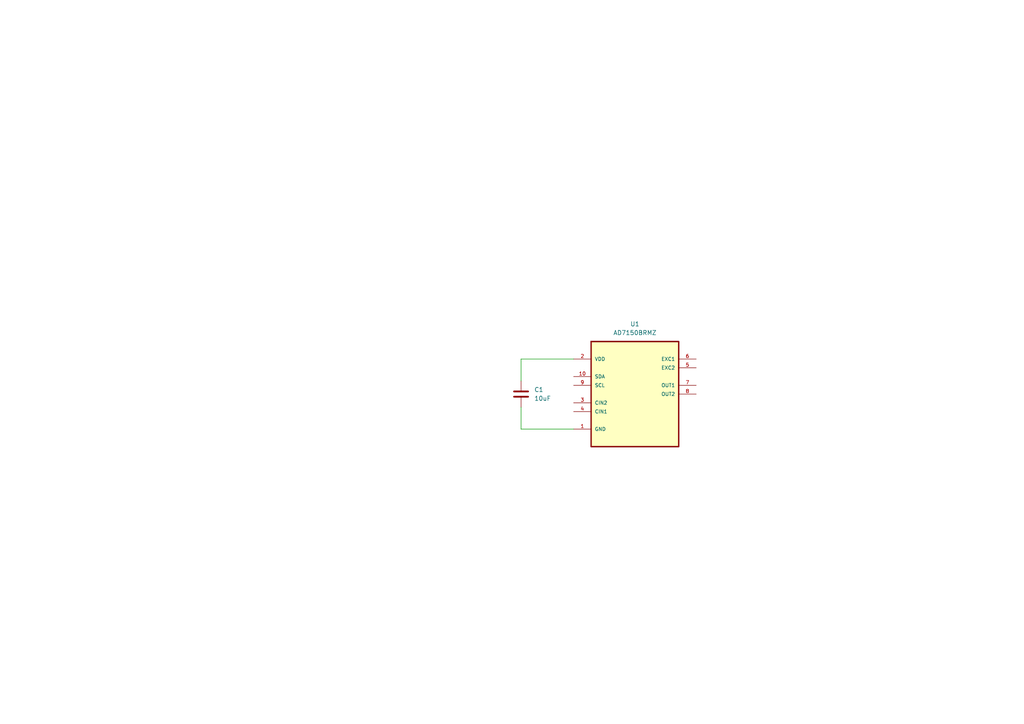
<source format=kicad_sch>
(kicad_sch (version 20230121) (generator eeschema)
  (paper "A4")
  (lib_symbols
    (symbol "AD7150BRMZ:AD7150BRMZ" (pin_names (offset 1.016))
      (property "Reference" "U" (at -5.4366 14.5315 0))
      (property "Value" "AD7150BRMZ" (at -7.6719 -20.7294 0))
      (symbol "AD7150BRMZ_0_0"
        (rectangle (start -12.7 -17.78) (end 12.7 12.7) (stroke (width 0.4064)) (fill (type background)))
        (pin passive line (at -17.78 -12.7 0) (length 5.08) (name "GND") (number "1"))
        (pin bidirectional line (at -17.78 2.54 0) (length 5.08) (name "SDA") (number "10"))
        (pin power_in line (at -17.78 7.62 0) (length 5.08) (name "VDD") (number "2"))
        (pin input line (at -17.78 -5.08 0) (length 5.08) (name "CIN2") (number "3"))
        (pin input line (at -17.78 -7.62 0) (length 5.08) (name "CIN1") (number "4"))
        (pin output line (at 17.78 5.08 180) (length 5.08) (name "EXC2") (number "5"))
        (pin output line (at 17.78 7.62 180) (length 5.08) (name "EXC1") (number "6"))
        (pin output line (at 17.78 0 180) (length 5.08) (name "OUT1") (number "7"))
        (pin output line (at 17.78 -2.54 180) (length 5.08) (name "OUT2") (number "8"))
        (pin input line (at -17.78 0 0) (length 5.08) (name "SCL") (number "9"))
      )
    )
    (symbol "Device:C" (pin_numbers hide) (pin_names (offset 0.254))
      (property "Reference" "C" (at 0.635 2.54 0))
      (property "Value" "C" (at 0.635 -2.54 0))
      (symbol "C_0_1"
        (polyline (pts (xy -2.032 -0.762) (xy 2.032 -0.762)) (stroke (width 0.508)))
        (polyline (pts (xy -2.032 0.762) (xy 2.032 0.762)) (stroke (width 0.508)))
      )
      (symbol "C_1_1"
        (pin passive line (at 0 3.81 270) (length 2.794) (name "~") (number "1"))
        (pin passive line (at 0 -3.81 90) (length 2.794) (name "~") (number "2"))
      )
    )
  )
  (wire (pts (xy 151.13 110.49) (xy 151.13 104.14)))
  (wire (pts (xy 151.13 118.11) (xy 151.13 124.46)))
  (wire (pts (xy 151.13 104.14) (xy 166.37 104.14)))
  (wire (pts (xy 151.13 124.46) (xy 166.37 124.46)))
  (symbol (lib_id "Device:C") (at 151.13 114.3 0) (unit 1)
    (property "Reference" "C1" (at 154.94 113.03 0) (effects (justify left)))
    (property "Value" "10uF" (at 154.94 115.57 0) (effects (justify left)))
  )
  (symbol (lib_id "AD7150BRMZ:AD7150BRMZ") (at 184.15 111.76 0) (unit 1)
    (property "Reference" "U1" (at 184.15 93.98 0))
    (property "Value" "AD7150BRMZ" (at 184.15 96.52 0))
    (property "Footprint" "AD7150BRMZ:SOP50P490X110-10N" (effects hide))
    (property "MF" "Analog Devices" (effects hide))
    (property "Description" "\nUltra-Low Power, 2-Channel, Capacitance Converter for Proximity Sensing\n" (effects hide))
    (property "PACKAGE" "MSOP-10" (effects hide))
    (property "MPN" "AD7150BRMZ" (effects hide))
    (property "Price" "None" (effects hide))
    (property "Package" "MSOP-10 Analog Devices" (effects hide))
    (property "OC_FARNELL" "1563482" (effects hide))
    (property "SnapEDA_Link" "https://www.snapeda.com/parts/AD7150BRMZ/Analog+Devices/view-part/?ref=snap" (effects hide))
    (property "MP" "AD7150BRMZ" (effects hide))
    (property "Purchase-URL" "https://www.snapeda.com/api/url_track_click_mouser/?unipart_id=9052&manufacturer=Analog Devices&part_name=AD7150BRMZ&search_term=None" (effects hide))
    (property "SUPPLIER" "Analog Devices" (effects hide))
    (property "OC_NEWARK" "64M7550" (effects hide))
    (property "Availability" "In Stock" (effects hide))
    (property "Check_prices" "https://www.snapeda.com/parts/AD7150BRMZ/Analog+Devices/view-part/?ref=eda" (effects hide))
  )
)
</source>
